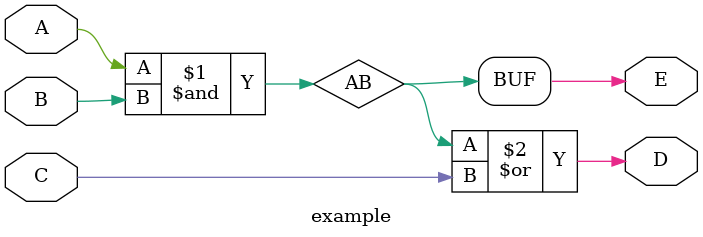
<source format=sv>
module example(input logic A, 
               input logic B, 
               input logic C, 
               output logic D, 
               output logic E
);

logic AB;

assign AB = A & B;
assign D  = AB | C;
assign E = AB;

endmodule
</source>
